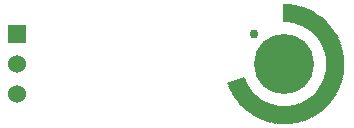
<source format=gts>
G04 (created by PCBNEW (2013-jul-07)-stable) date Sun 25 Jun 2017 04:45:46 PM PDT*
%MOIN*%
G04 Gerber Fmt 3.4, Leading zero omitted, Abs format*
%FSLAX34Y34*%
G01*
G70*
G90*
G04 APERTURE LIST*
%ADD10C,0.00590551*%
%ADD11R,0.06X0.06*%
%ADD12C,0.06*%
%ADD13C,0.03*%
%ADD14C,0.2*%
%ADD15R,0.0111417X0.06*%
G04 APERTURE END LIST*
G54D10*
G54D11*
X21000Y-22000D03*
G54D12*
X21000Y-23000D03*
X21000Y-24000D03*
G54D13*
X28900Y-22000D03*
G54D14*
X29900Y-23000D03*
G54D10*
G36*
X28565Y-23426D02*
X28603Y-23531D01*
X28039Y-23736D01*
X28001Y-23631D01*
X28565Y-23426D01*
X28565Y-23426D01*
G37*
G36*
X28585Y-23484D02*
X28628Y-23587D01*
X28074Y-23817D01*
X28031Y-23715D01*
X28585Y-23484D01*
X28585Y-23484D01*
G37*
G36*
X28607Y-23542D02*
X28655Y-23642D01*
X28111Y-23897D01*
X28064Y-23796D01*
X28607Y-23542D01*
X28607Y-23542D01*
G37*
G36*
X28633Y-23598D02*
X28684Y-23697D01*
X28153Y-23975D01*
X28101Y-23876D01*
X28633Y-23598D01*
X28633Y-23598D01*
G37*
G36*
X28660Y-23653D02*
X28716Y-23749D01*
X28197Y-24051D01*
X28141Y-23955D01*
X28660Y-23653D01*
X28660Y-23653D01*
G37*
G36*
X28690Y-23707D02*
X28750Y-23801D01*
X28245Y-24125D01*
X28185Y-24031D01*
X28690Y-23707D01*
X28690Y-23707D01*
G37*
G36*
X28723Y-23760D02*
X28787Y-23851D01*
X28297Y-24197D01*
X28232Y-24106D01*
X28723Y-23760D01*
X28723Y-23760D01*
G37*
G36*
X28757Y-23811D02*
X28825Y-23899D01*
X28351Y-24266D01*
X28283Y-24178D01*
X28757Y-23811D01*
X28757Y-23811D01*
G37*
G36*
X28794Y-23860D02*
X28866Y-23945D01*
X28408Y-24333D01*
X28336Y-24248D01*
X28794Y-23860D01*
X28794Y-23860D01*
G37*
G36*
X28833Y-23908D02*
X28909Y-23990D01*
X28468Y-24398D01*
X28393Y-24316D01*
X28833Y-23908D01*
X28833Y-23908D01*
G37*
G36*
X28874Y-23954D02*
X28953Y-24033D01*
X28531Y-24459D01*
X28452Y-24381D01*
X28874Y-23954D01*
X28874Y-23954D01*
G37*
G36*
X28917Y-23999D02*
X29000Y-24074D01*
X28597Y-24518D01*
X28514Y-24443D01*
X28917Y-23999D01*
X28917Y-23999D01*
G37*
G36*
X28962Y-24041D02*
X29048Y-24112D01*
X28665Y-24574D01*
X28580Y-24503D01*
X28962Y-24041D01*
X28962Y-24041D01*
G37*
G36*
X29009Y-24081D02*
X29098Y-24148D01*
X28736Y-24627D01*
X28647Y-24560D01*
X29009Y-24081D01*
X29009Y-24081D01*
G37*
G36*
X29058Y-24119D02*
X29149Y-24183D01*
X28809Y-24677D01*
X28717Y-24613D01*
X29058Y-24119D01*
X29058Y-24119D01*
G37*
G36*
X29108Y-24156D02*
X29202Y-24215D01*
X28883Y-24723D01*
X28789Y-24664D01*
X29108Y-24156D01*
X29108Y-24156D01*
G37*
G36*
X29159Y-24189D02*
X29256Y-24244D01*
X28961Y-24766D01*
X28864Y-24711D01*
X29159Y-24189D01*
X29159Y-24189D01*
G37*
G36*
X29212Y-24221D02*
X29312Y-24271D01*
X29039Y-24806D01*
X28940Y-24755D01*
X29212Y-24221D01*
X29212Y-24221D01*
G37*
G36*
X29267Y-24250D02*
X29368Y-24296D01*
X29120Y-24842D01*
X29018Y-24796D01*
X29267Y-24250D01*
X29267Y-24250D01*
G37*
G36*
X29323Y-24276D02*
X29426Y-24318D01*
X29201Y-24875D01*
X29098Y-24833D01*
X29323Y-24276D01*
X29323Y-24276D01*
G37*
G36*
X29379Y-24301D02*
X29484Y-24338D01*
X29285Y-24904D01*
X29180Y-24867D01*
X29379Y-24301D01*
X29379Y-24301D01*
G37*
G36*
X29437Y-24322D02*
X29544Y-24355D01*
X29369Y-24929D01*
X29263Y-24896D01*
X29437Y-24322D01*
X29437Y-24322D01*
G37*
G36*
X29496Y-24341D02*
X29604Y-24369D01*
X29455Y-24950D01*
X29347Y-24922D01*
X29496Y-24341D01*
X29496Y-24341D01*
G37*
G36*
X29556Y-24358D02*
X29665Y-24381D01*
X29541Y-24968D01*
X29432Y-24945D01*
X29556Y-24358D01*
X29556Y-24358D01*
G37*
G36*
X29616Y-24372D02*
X29725Y-24390D01*
X29629Y-24982D01*
X29519Y-24964D01*
X29616Y-24372D01*
X29616Y-24372D01*
G37*
G36*
X29676Y-24383D02*
X29787Y-24396D01*
X29716Y-24992D01*
X29605Y-24979D01*
X29676Y-24383D01*
X29676Y-24383D01*
G37*
G36*
X29738Y-24391D02*
X29849Y-24400D01*
X29804Y-24998D01*
X29693Y-24990D01*
X29738Y-24391D01*
X29738Y-24391D01*
G37*
G36*
X29799Y-24397D02*
X29911Y-24401D01*
X29892Y-25000D01*
X29780Y-24997D01*
X29799Y-24397D01*
X29799Y-24397D01*
G37*
G36*
X29861Y-24400D02*
X29972Y-24399D01*
X29980Y-24999D01*
X29869Y-25000D01*
X29861Y-24400D01*
X29861Y-24400D01*
G37*
G36*
X29922Y-24400D02*
X30034Y-24394D01*
X30068Y-24993D01*
X29957Y-24999D01*
X29922Y-24400D01*
X29922Y-24400D01*
G37*
G36*
X29984Y-24398D02*
X30095Y-24387D01*
X30156Y-24984D01*
X30045Y-24995D01*
X29984Y-24398D01*
X29984Y-24398D01*
G37*
G36*
X30046Y-24393D02*
X30156Y-24377D01*
X30243Y-24971D01*
X30133Y-24987D01*
X30046Y-24393D01*
X30046Y-24393D01*
G37*
G36*
X30107Y-24385D02*
X30216Y-24364D01*
X30330Y-24953D01*
X30220Y-24974D01*
X30107Y-24385D01*
X30107Y-24385D01*
G37*
G36*
X30168Y-24375D02*
X30276Y-24349D01*
X30415Y-24933D01*
X30307Y-24958D01*
X30168Y-24375D01*
X30168Y-24375D01*
G37*
G36*
X30228Y-24362D02*
X30335Y-24331D01*
X30500Y-24908D01*
X30393Y-24939D01*
X30228Y-24362D01*
X30228Y-24362D01*
G37*
G36*
X30288Y-24346D02*
X30394Y-24310D01*
X30583Y-24880D01*
X30477Y-24915D01*
X30288Y-24346D01*
X30288Y-24346D01*
G37*
G36*
X30347Y-24327D02*
X30451Y-24288D01*
X30666Y-24848D01*
X30562Y-24888D01*
X30347Y-24327D01*
X30347Y-24327D01*
G37*
G36*
X30405Y-24306D02*
X30507Y-24262D01*
X30746Y-24812D01*
X30644Y-24857D01*
X30405Y-24306D01*
X30405Y-24306D01*
G37*
G36*
X30462Y-24283D02*
X30562Y-24234D01*
X30825Y-24773D01*
X30725Y-24822D01*
X30462Y-24283D01*
X30462Y-24283D01*
G37*
G36*
X30518Y-24257D02*
X30616Y-24203D01*
X30902Y-24731D01*
X30804Y-24784D01*
X30518Y-24257D01*
X30518Y-24257D01*
G37*
G36*
X30573Y-24228D02*
X30668Y-24171D01*
X30978Y-24685D01*
X30883Y-24742D01*
X30573Y-24228D01*
X30573Y-24228D01*
G37*
G36*
X30626Y-24197D02*
X30719Y-24136D01*
X31051Y-24636D01*
X30958Y-24697D01*
X30626Y-24197D01*
X30626Y-24197D01*
G37*
G36*
X30678Y-24164D02*
X30768Y-24099D01*
X31122Y-24583D01*
X31032Y-24649D01*
X30678Y-24164D01*
X30678Y-24164D01*
G37*
G36*
X30729Y-24129D02*
X30816Y-24059D01*
X31190Y-24528D01*
X31103Y-24598D01*
X30729Y-24129D01*
X30729Y-24129D01*
G37*
G36*
X30778Y-24091D02*
X30862Y-24018D01*
X31257Y-24469D01*
X31173Y-24543D01*
X30778Y-24091D01*
X30778Y-24091D01*
G37*
G36*
X30825Y-24051D02*
X30906Y-23974D01*
X31320Y-24408D01*
X31240Y-24485D01*
X30825Y-24051D01*
X30825Y-24051D01*
G37*
G36*
X30871Y-24010D02*
X30948Y-23929D01*
X31381Y-24344D01*
X31304Y-24425D01*
X30871Y-24010D01*
X30871Y-24010D01*
G37*
G36*
X30914Y-23966D02*
X30988Y-23882D01*
X31439Y-24278D01*
X31365Y-24362D01*
X30914Y-23966D01*
X30914Y-23966D01*
G37*
G36*
X30956Y-23920D02*
X31025Y-23833D01*
X31494Y-24209D01*
X31424Y-24296D01*
X30956Y-23920D01*
X30956Y-23920D01*
G37*
G36*
X30995Y-23873D02*
X31061Y-23783D01*
X31545Y-24137D01*
X31479Y-24227D01*
X30995Y-23873D01*
X30995Y-23873D01*
G37*
G36*
X31033Y-23824D02*
X31095Y-23731D01*
X31594Y-24064D01*
X31532Y-24156D01*
X31033Y-23824D01*
X31033Y-23824D01*
G37*
G36*
X31068Y-23773D02*
X31126Y-23677D01*
X31639Y-23988D01*
X31581Y-24084D01*
X31068Y-23773D01*
X31068Y-23773D01*
G37*
G36*
X31101Y-23721D02*
X31154Y-23623D01*
X31681Y-23910D01*
X31628Y-24008D01*
X31101Y-23721D01*
X31101Y-23721D01*
G37*
G36*
X31131Y-23667D02*
X31180Y-23567D01*
X31719Y-23831D01*
X31670Y-23931D01*
X31131Y-23667D01*
X31131Y-23667D01*
G37*
G36*
X31160Y-23612D02*
X31204Y-23510D01*
X31754Y-23750D01*
X31710Y-23852D01*
X31160Y-23612D01*
X31160Y-23612D01*
G37*
G36*
X31185Y-23556D02*
X31226Y-23452D01*
X31785Y-23668D01*
X31745Y-23772D01*
X31185Y-23556D01*
X31185Y-23556D01*
G37*
G36*
X31209Y-23499D02*
X31244Y-23393D01*
X31813Y-23584D01*
X31778Y-23689D01*
X31209Y-23499D01*
X31209Y-23499D01*
G37*
G36*
X31229Y-23441D02*
X31260Y-23334D01*
X31837Y-23499D01*
X31806Y-23606D01*
X31229Y-23441D01*
X31229Y-23441D01*
G37*
G36*
X31248Y-23382D02*
X31274Y-23273D01*
X31857Y-23413D01*
X31831Y-23522D01*
X31248Y-23382D01*
X31248Y-23382D01*
G37*
G36*
X31263Y-23322D02*
X31284Y-23212D01*
X31873Y-23327D01*
X31852Y-23436D01*
X31263Y-23322D01*
X31263Y-23322D01*
G37*
G36*
X31276Y-23262D02*
X31292Y-23151D01*
X31886Y-23239D01*
X31870Y-23349D01*
X31276Y-23262D01*
X31276Y-23262D01*
G37*
G36*
X31286Y-23201D02*
X31298Y-23090D01*
X31894Y-23151D01*
X31883Y-23262D01*
X31286Y-23201D01*
X31286Y-23201D01*
G37*
G36*
X31294Y-23139D02*
X31300Y-23028D01*
X31899Y-23064D01*
X31893Y-23175D01*
X31294Y-23139D01*
X31294Y-23139D01*
G37*
G36*
X31298Y-23077D02*
X31300Y-22966D01*
X31900Y-22975D01*
X31898Y-23087D01*
X31298Y-23077D01*
X31298Y-23077D01*
G37*
G36*
X31301Y-23016D02*
X31297Y-22904D01*
X31897Y-22887D01*
X31900Y-22999D01*
X31301Y-23016D01*
X31301Y-23016D01*
G37*
G36*
X31300Y-22954D02*
X31292Y-22843D01*
X31890Y-22800D01*
X31898Y-22911D01*
X31300Y-22954D01*
X31300Y-22954D01*
G37*
G36*
X31296Y-22892D02*
X31284Y-22781D01*
X31880Y-22712D01*
X31892Y-22823D01*
X31296Y-22892D01*
X31296Y-22892D01*
G37*
G36*
X31290Y-22830D02*
X31273Y-22720D01*
X31865Y-22625D01*
X31883Y-22735D01*
X31290Y-22830D01*
X31290Y-22830D01*
G37*
G36*
X31282Y-22770D02*
X31259Y-22661D01*
X31847Y-22539D01*
X31869Y-22648D01*
X31282Y-22770D01*
X31282Y-22770D01*
G37*
G36*
X31270Y-22709D02*
X31243Y-22601D01*
X31824Y-22454D01*
X31852Y-22562D01*
X31270Y-22709D01*
X31270Y-22709D01*
G37*
G36*
X31256Y-22649D02*
X31224Y-22542D01*
X31799Y-22369D01*
X31831Y-22476D01*
X31256Y-22649D01*
X31256Y-22649D01*
G37*
G36*
X31239Y-22589D02*
X31202Y-22484D01*
X31769Y-22287D01*
X31806Y-22392D01*
X31239Y-22589D01*
X31239Y-22589D01*
G37*
G36*
X31220Y-22531D02*
X31178Y-22427D01*
X31736Y-22205D01*
X31777Y-22308D01*
X31220Y-22531D01*
X31220Y-22531D01*
G37*
G36*
X31198Y-22473D02*
X31152Y-22371D01*
X31699Y-22125D01*
X31745Y-22226D01*
X31198Y-22473D01*
X31198Y-22473D01*
G37*
G36*
X31173Y-22416D02*
X31123Y-22317D01*
X31659Y-22046D01*
X31709Y-22146D01*
X31173Y-22416D01*
X31173Y-22416D01*
G37*
G36*
X31146Y-22361D02*
X31092Y-22263D01*
X31615Y-21970D01*
X31670Y-22067D01*
X31146Y-22361D01*
X31146Y-22361D01*
G37*
G36*
X31117Y-22307D02*
X31058Y-22212D01*
X31568Y-21895D01*
X31627Y-21989D01*
X31117Y-22307D01*
X31117Y-22307D01*
G37*
G36*
X31085Y-22253D02*
X31022Y-22161D01*
X31517Y-21823D01*
X31580Y-21914D01*
X31085Y-22253D01*
X31085Y-22253D01*
G37*
G36*
X31051Y-22202D02*
X30984Y-22113D01*
X31464Y-21752D01*
X31531Y-21842D01*
X31051Y-22202D01*
X31051Y-22202D01*
G37*
G36*
X31015Y-22152D02*
X30944Y-22066D01*
X31408Y-21685D01*
X31479Y-21771D01*
X31015Y-22152D01*
X31015Y-22152D01*
G37*
G36*
X30977Y-22104D02*
X30902Y-22021D01*
X31348Y-21619D01*
X31423Y-21702D01*
X30977Y-22104D01*
X30977Y-22104D01*
G37*
G36*
X30936Y-22057D02*
X30858Y-21978D01*
X31286Y-21557D01*
X31364Y-21636D01*
X30936Y-22057D01*
X30936Y-22057D01*
G37*
G36*
X30894Y-22012D02*
X30812Y-21936D01*
X31221Y-21497D01*
X31303Y-21573D01*
X30894Y-22012D01*
X30894Y-22012D01*
G37*
G36*
X30849Y-21969D02*
X30764Y-21897D01*
X31154Y-21441D01*
X31239Y-21513D01*
X30849Y-21969D01*
X30849Y-21969D01*
G37*
G36*
X30803Y-21929D02*
X30715Y-21860D01*
X31084Y-21387D01*
X31172Y-21455D01*
X30803Y-21929D01*
X30803Y-21929D01*
G37*
G36*
X30755Y-21890D02*
X30664Y-21825D01*
X31012Y-21336D01*
X31102Y-21401D01*
X30755Y-21890D01*
X30755Y-21890D01*
G37*
G36*
X30705Y-21853D02*
X30611Y-21793D01*
X30937Y-21289D01*
X31031Y-21349D01*
X30705Y-21853D01*
X30705Y-21853D01*
G37*
G36*
X30653Y-21819D02*
X30557Y-21762D01*
X30861Y-21245D01*
X30957Y-21301D01*
X30653Y-21819D01*
X30653Y-21819D01*
G37*
G36*
X30601Y-21787D02*
X30503Y-21735D01*
X30782Y-21204D01*
X30881Y-21256D01*
X30601Y-21787D01*
X30601Y-21787D01*
G37*
G36*
X30547Y-21757D02*
X30446Y-21709D01*
X30703Y-21167D01*
X30803Y-21215D01*
X30547Y-21757D01*
X30547Y-21757D01*
G37*
G36*
X30491Y-21730D02*
X30389Y-21686D01*
X30621Y-21133D01*
X30724Y-21177D01*
X30491Y-21730D01*
X30491Y-21730D01*
G37*
G36*
X30435Y-21705D02*
X30330Y-21666D01*
X30538Y-21103D01*
X30643Y-21142D01*
X30435Y-21705D01*
X30435Y-21705D01*
G37*
G36*
X30378Y-21683D02*
X30271Y-21649D01*
X30454Y-21077D01*
X30560Y-21111D01*
X30378Y-21683D01*
X30378Y-21683D01*
G37*
G36*
X30319Y-21663D02*
X30211Y-21633D01*
X30369Y-21054D01*
X30476Y-21084D01*
X30319Y-21663D01*
X30319Y-21663D01*
G37*
G36*
X30260Y-21646D02*
X30151Y-21621D01*
X30283Y-21036D01*
X30391Y-21060D01*
X30260Y-21646D01*
X30260Y-21646D01*
G37*
G36*
X30199Y-21631D02*
X30090Y-21611D01*
X30196Y-21021D01*
X30306Y-21040D01*
X30199Y-21631D01*
X30199Y-21631D01*
G37*
G36*
X30139Y-21619D02*
X30029Y-21604D01*
X30108Y-21010D01*
X30219Y-21024D01*
X30139Y-21619D01*
X30139Y-21619D01*
G37*
G36*
X30078Y-21610D02*
X29967Y-21600D01*
X30020Y-21002D01*
X30131Y-21012D01*
X30078Y-21610D01*
X30078Y-21610D01*
G37*
G36*
X30016Y-21603D02*
X29905Y-21598D01*
X29932Y-20999D01*
X30044Y-21004D01*
X30016Y-21603D01*
X30016Y-21603D01*
G37*
G54D15*
X29900Y-21300D03*
M02*

</source>
